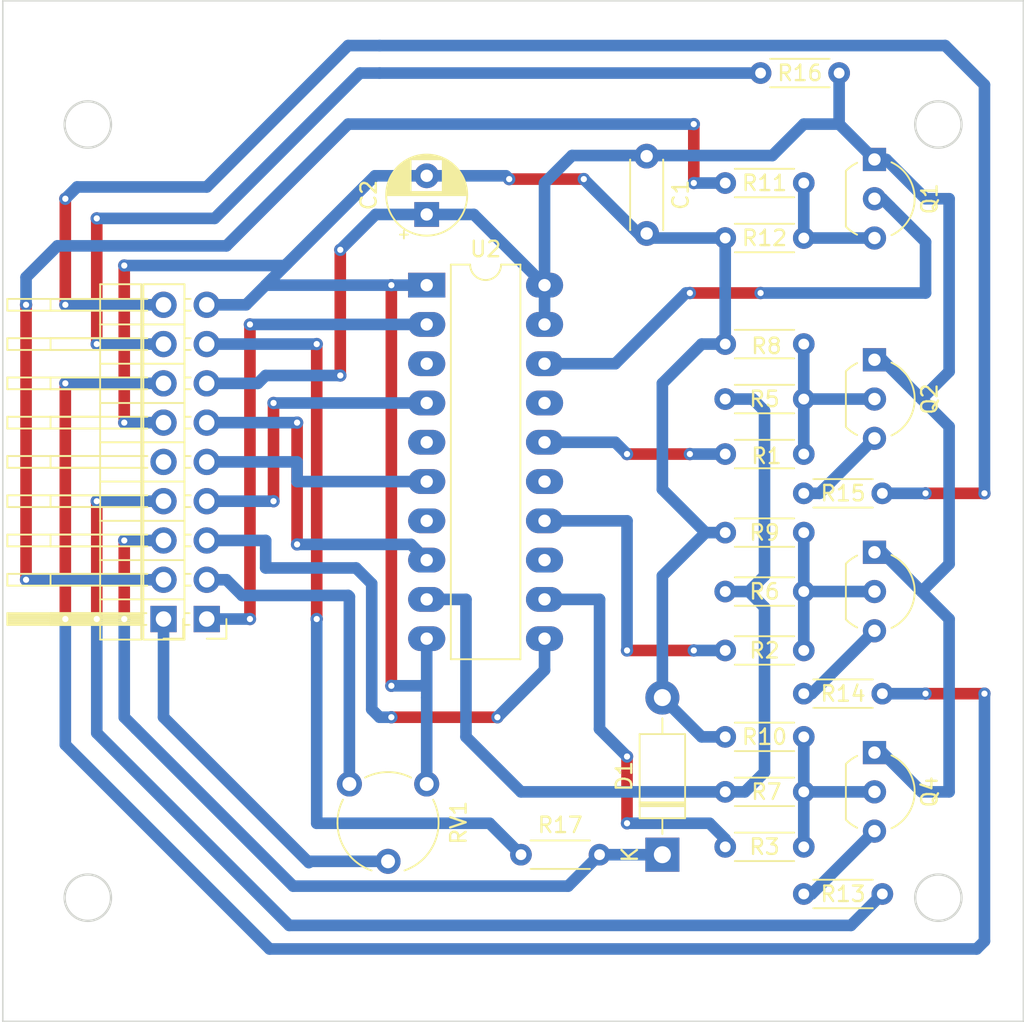
<source format=kicad_pcb>
(kicad_pcb (version 20221018) (generator pcbnew)
  (layers (0 "F.Cu" signal) (31 "B.Cu" signal) (34 "B.Paste" user) (35 "F.Paste" user) (36 "B.SilkS" user "B.Silkscreen") (37 "F.SilkS" user "F.Silkscreen") (38 "B.Mask" user) (39 "F.Mask" user) (44 "Edge.Cuts" user))
  (net 0 "")
  (net 1 "/+5V")
  (net 2 "GND")
  (net 3 "/MD-2")
  (net 4 "/MD-5")
  (net 5 "/MD-8")
  (net 6 "/MD-7")
  (net 8 "/MD-4")
  (net 9 "/MD-3")
  (net 10 "Net-(Q1-B)")
  (net 11 "Net-(Q1-E)")
  (net 12 "Net-(Q2-B)")
  (net 13 "Net-(Q2-E)")
  (net 14 "Net-(Q3-B)")
  (net 15 "Net-(Q3-E)")
  (net 16 "Net-(Q4-B)")
  (net 17 "Net-(Q4-E)")
  (net 18 "Net-(U2-O1a)")
  (net 19 "Net-(U2-O2a)")
  (net 20 "Net-(U2-O3a)")
  (net 21 "Net-(U2-O0b)")
  (net 22 "/+12V")
  (net 23 "/AUDIO")
  (net 24 "/SYNC")
  (net 26 "/R")
  (net 28 "/G")
  (net 30 "/B")
  (net 31 "/Y")
  (net 35 "/MD-6")
  (footprint "Potentiometer_THT:Potentiometer_Piher_PT-6-V_Vertical" (layer "F.Cu") (at 132.414 104.648 -90)
    (fp_text reference "RV1" (at 2.5 -7.06 90) (layer "F.SilkS"))
    (fp_text value "10k")
    (pad "1" thru_hole circle (at 0 0 270) (size 1.62 1.62) (drill 0.9) (layers "*.Cu" "*.Mask") (net 23 "/AUDIO"))
    (pad "2" thru_hole circle (at 5 -2.5 270) (size 1.62 1.62) (drill 0.9) (layers "*.Cu" "*.Mask") (net 4 "/MD-5"))
    (pad "3" thru_hole circle (at 0 -5 270) (size 1.62 1.62) (drill 0.9) (layers "*.Cu" "*.Mask") (net 2 "GND"))
  )
  (footprint "Resistor_THT:R_Axial_DIN0204_L3.6mm_D1.6mm_P5.08mm_Horizontal" (layer "F.Cu") (at 156.718 105.156)
    (fp_text reference "R7" (at 2.667 0) (layer "F.SilkS"))
    (fp_text value "18k")
    (pad "1" thru_hole circle (at 0 0) (size 1.4 1.4) (drill 0.7) (layers "*.Cu" "*.Mask") (net 21 "Net-(U2-O0b)"))
    (pad "2" thru_hole oval (at 5.08 0) (size 1.4 1.4) (drill 0.7) (layers "*.Cu" "*.Mask") (net 16 "Net-(Q4-B)"))
  )
  (footprint "Resistor_THT:R_Axial_DIN0204_L3.6mm_D1.6mm_P5.08mm_Horizontal" (layer "F.Cu") (at 161.798 65.786 180)
    (fp_text reference "R11" (at 2.54 0) (layer "F.SilkS"))
    (fp_text value "270")
    (pad "1" thru_hole circle (at 0 0 180) (size 1.4 1.4) (drill 0.7) (layers "*.Cu" "*.Mask") (net 11 "Net-(Q1-E)"))
    (pad "2" thru_hole oval (at 5.08 0 180) (size 1.4 1.4) (drill 0.7) (layers "*.Cu" "*.Mask") (net 5 "/MD-8"))
  )
  (footprint "Package_TO_SOT_THT:TO-92_Inline_Wide" (layer "F.Cu") (at 166.37 77.216 -90)
    (fp_text reference "Q2" (at 2.54 -3.56 -90) (layer "F.SilkS"))
    (fp_text value "BC547")
    (pad "1" thru_hole rect (at 0 0 270) (size 1.5 1.5) (drill 0.8) (layers "*.Cu" "*.Mask") (net 1 "/+5V"))
    (pad "2" thru_hole circle (at 2.54 0 270) (size 1.5 1.5) (drill 0.8) (layers "*.Cu" "*.Mask") (net 12 "Net-(Q2-B)"))
    (pad "3" thru_hole circle (at 5.08 0 270) (size 1.5 1.5) (drill 0.8) (layers "*.Cu" "*.Mask") (net 13 "Net-(Q2-E)"))
  )
  (footprint "Resistor_THT:R_Axial_DIN0204_L3.6mm_D1.6mm_P5.08mm_Horizontal" (layer "F.Cu") (at 156.718 96.012)
    (fp_text reference "R2" (at 2.54 0) (layer "F.SilkS"))
    (fp_text value "3k9")
    (pad "1" thru_hole circle (at 0 0) (size 1.4 1.4) (drill 0.7) (layers "*.Cu" "*.Mask") (net 19 "Net-(U2-O2a)"))
    (pad "2" thru_hole oval (at 5.08 0) (size 1.4 1.4) (drill 0.7) (layers "*.Cu" "*.Mask") (net 14 "Net-(Q3-B)"))
  )
  (footprint "Resistor_THT:R_Axial_DIN0204_L3.6mm_D1.6mm_P5.08mm_Horizontal" (layer "F.Cu") (at 161.798 88.392 180)
    (fp_text reference "R9" (at 2.54 0) (layer "F.SilkS"))
    (fp_text value "2k2")
    (pad "1" thru_hole circle (at 0 0 180) (size 1.4 1.4) (drill 0.7) (layers "*.Cu" "*.Mask") (net 14 "Net-(Q3-B)"))
    (pad "2" thru_hole oval (at 5.08 0 180) (size 1.4 1.4) (drill 0.7) (layers "*.Cu" "*.Mask") (net 2 "GND"))
  )
  (footprint "Resistor_THT:R_Axial_DIN0204_L3.6mm_D1.6mm_P5.08mm_Horizontal" (layer "F.Cu") (at 156.718 79.756)
    (fp_text reference "R5" (at 2.54 0) (layer "F.SilkS"))
    (fp_text value "18k")
    (pad "1" thru_hole circle (at 0 0) (size 1.4 1.4) (drill 0.7) (layers "*.Cu" "*.Mask") (net 21 "Net-(U2-O0b)"))
    (pad "2" thru_hole oval (at 5.08 0) (size 1.4 1.4) (drill 0.7) (layers "*.Cu" "*.Mask") (net 12 "Net-(Q2-B)"))
  )
  (footprint "Package_TO_SOT_THT:TO-92_Inline_Wide" (layer "F.Cu") (at 166.37 89.662 -90)
    (fp_text reference "Q3" hide)
    (fp_text value "BC547")
    (pad "1" thru_hole rect (at 0 0 270) (size 1.5 1.5) (drill 0.8) (layers "*.Cu" "*.Mask") (net 1 "/+5V"))
    (pad "2" thru_hole circle (at 2.54 0 270) (size 1.5 1.5) (drill 0.8) (layers "*.Cu" "*.Mask") (net 14 "Net-(Q3-B)"))
    (pad "3" thru_hole circle (at 5.08 0 270) (size 1.5 1.5) (drill 0.8) (layers "*.Cu" "*.Mask") (net 15 "Net-(Q3-E)"))
  )
  (footprint "Package_TO_SOT_THT:TO-92_Inline_Wide" (layer "F.Cu") (at 166.37 102.616 -90)
    (fp_text reference "Q4" (at 2.54 -3.56 -90) (layer "F.SilkS"))
    (fp_text value "BC547")
    (pad "1" thru_hole rect (at 0 0 270) (size 1.5 1.5) (drill 0.8) (layers "*.Cu" "*.Mask") (net 1 "/+5V"))
    (pad "2" thru_hole circle (at 2.54 0 270) (size 1.5 1.5) (drill 0.8) (layers "*.Cu" "*.Mask") (net 16 "Net-(Q4-B)"))
    (pad "3" thru_hole circle (at 5.08 0 270) (size 1.5 1.5) (drill 0.8) (layers "*.Cu" "*.Mask") (net 17 "Net-(Q4-E)"))
  )
  (footprint "Resistor_THT:R_Axial_DIN0204_L3.6mm_D1.6mm_P5.08mm_Horizontal" (layer "F.Cu") (at 161.798 101.6 180)
    (fp_text reference "R10" (at 2.54 0) (layer "F.SilkS"))
    (fp_text value "2k2")
    (pad "1" thru_hole circle (at 0 0 180) (size 1.4 1.4) (drill 0.7) (layers "*.Cu" "*.Mask") (net 16 "Net-(Q4-B)"))
    (pad "2" thru_hole oval (at 5.08 0 180) (size 1.4 1.4) (drill 0.7) (layers "*.Cu" "*.Mask") (net 2 "GND"))
  )
  (footprint "Resistor_THT:R_Axial_DIN0204_L3.6mm_D1.6mm_P5.08mm_Horizontal" (layer "F.Cu") (at 164.084 58.674 180)
    (fp_text reference "R16" (at 2.54 0) (layer "F.SilkS"))
    (fp_text value "270")
    (pad "1" thru_hole circle (at 0 0 180) (size 1.4 1.4) (drill 0.7) (layers "*.Cu" "*.Mask") (net 1 "/+5V"))
    (pad "2" thru_hole oval (at 5.08 0 180) (size 1.4 1.4) (drill 0.7) (layers "*.Cu" "*.Mask") (net 9 "/MD-3"))
  )
  (footprint "Resistor_THT:R_Axial_DIN0204_L3.6mm_D1.6mm_P5.08mm_Horizontal" (layer "F.Cu") (at 161.798 92.202 180)
    (fp_text reference "R6" (at 2.54 0) (layer "F.SilkS"))
    (fp_text value "18k")
    (pad "1" thru_hole circle (at 0 0 180) (size 1.4 1.4) (drill 0.7) (layers "*.Cu" "*.Mask") (net 14 "Net-(Q3-B)"))
    (pad "2" thru_hole oval (at 5.08 0 180) (size 1.4 1.4) (drill 0.7) (layers "*.Cu" "*.Mask") (net 21 "Net-(U2-O0b)"))
  )
  (footprint "Resistor_THT:R_Axial_DIN0204_L3.6mm_D1.6mm_P5.08mm_Horizontal" (layer "F.Cu") (at 161.798 111.76)
    (fp_text reference "R13" (at 2.54 0) (layer "F.SilkS"))
    (fp_text value "68")
    (pad "1" thru_hole circle (at 0 0) (size 1.4 1.4) (drill 0.7) (layers "*.Cu" "*.Mask") (net 17 "Net-(Q4-E)"))
    (pad "2" thru_hole oval (at 5.08 0) (size 1.4 1.4) (drill 0.7) (layers "*.Cu" "*.Mask") (net 6 "/MD-7"))
  )
  (footprint "Resistor_THT:R_Axial_DIN0204_L3.6mm_D1.6mm_P5.08mm_Horizontal" (layer "F.Cu") (at 161.798 76.2 180)
    (fp_text reference "R8" (at 2.413 -0.127) (layer "F.SilkS"))
    (fp_text value "2k2")
    (pad "1" thru_hole circle (at 0 0 180) (size 1.4 1.4) (drill 0.7) (layers "*.Cu" "*.Mask") (net 12 "Net-(Q2-B)"))
    (pad "2" thru_hole oval (at 5.08 0 180) (size 1.4 1.4) (drill 0.7) (layers "*.Cu" "*.Mask") (net 2 "GND"))
  )
  (footprint "Resistor_THT:R_Axial_DIN0204_L3.6mm_D1.6mm_P5.08mm_Horizontal" (layer "F.Cu") (at 143.51 109.22)
    (fp_text reference "R17" (at 2.54 -1.92) (layer "F.SilkS"))
    (fp_text value "150")
    (pad "1" thru_hole circle (at 0 0) (size 1.4 1.4) (drill 0.7) (layers "*.Cu" "*.Mask") (net 22 "/+12V"))
    (pad "2" thru_hole oval (at 5.08 0) (size 1.4 1.4) (drill 0.7) (layers "*.Cu" "*.Mask") (net 3 "/MD-2"))
  )
  (footprint "Resistor_THT:R_Axial_DIN0204_L3.6mm_D1.6mm_P5.08mm_Horizontal" (layer "F.Cu") (at 156.718 108.712)
    (fp_text reference "R3" (at 2.54 0) (layer "F.SilkS"))
    (fp_text value "3k9")
    (pad "1" thru_hole circle (at 0 0) (size 1.4 1.4) (drill 0.7) (layers "*.Cu" "*.Mask") (net 20 "Net-(U2-O3a)"))
    (pad "2" thru_hole oval (at 5.08 0) (size 1.4 1.4) (drill 0.7) (layers "*.Cu" "*.Mask") (net 16 "Net-(Q4-B)"))
  )
  (footprint "Diode_THT:D_DO-41_SOD81_P10.16mm_Horizontal" (layer "F.Cu") (at 152.654 109.22 90)
    (fp_text reference "D1" (at 5.08 -2.47 90) (layer "F.SilkS"))
    (fp_text value "1N4742A")
    (fp_text user "K" (at 0 -2.1 90) (layer "F.SilkS"))
    (pad "1" thru_hole rect (at 0 0 90) (size 2.2 2.2) (drill 1.1) (layers "*.Cu" "*.Mask") (net 3 "/MD-2"))
    (pad "2" thru_hole oval (at 10.16 0 90) (size 2.2 2.2) (drill 1.1) (layers "*.Cu" "*.Mask") (net 2 "GND"))
  )
  (footprint "Package_TO_SOT_THT:TO-92_Inline_Wide" (layer "F.Cu") (at 166.37 64.262 -90)
    (fp_text reference "Q1" (at 2.54 -3.56 -90) (layer "F.SilkS"))
    (fp_text value "BC547")
    (pad "1" thru_hole rect (at 0 0 270) (size 1.5 1.5) (drill 0.8) (layers "*.Cu" "*.Mask") (net 1 "/+5V"))
    (pad "2" thru_hole circle (at 2.54 0 270) (size 1.5 1.5) (drill 0.8) (layers "*.Cu" "*.Mask") (net 10 "Net-(Q1-B)"))
    (pad "3" thru_hole circle (at 5.08 0 270) (size 1.5 1.5) (drill 0.8) (layers "*.Cu" "*.Mask") (net 11 "Net-(Q1-E)"))
  )
  (footprint "Resistor_THT:R_Axial_DIN0204_L3.6mm_D1.6mm_P5.08mm_Horizontal" (layer "F.Cu") (at 161.798 85.852)
    (fp_text reference "R15" (at 2.54 0) (layer "F.SilkS"))
    (fp_text value "68")
    (pad "1" thru_hole circle (at 0 0) (size 1.4 1.4) (drill 0.7) (layers "*.Cu" "*.Mask") (net 13 "Net-(Q2-E)"))
    (pad "2" thru_hole oval (at 5.08 0) (size 1.4 1.4) (drill 0.7) (layers "*.Cu" "*.Mask") (net 35 "/MD-6"))
  )
  (footprint "Resistor_THT:R_Axial_DIN0204_L3.6mm_D1.6mm_P5.08mm_Horizontal" (layer "F.Cu") (at 161.798 98.806)
    (fp_text reference "R14" (at 2.54 0) (layer "F.SilkS"))
    (fp_text value "68")
    (pad "1" thru_hole circle (at 0 0) (size 1.4 1.4) (drill 0.7) (layers "*.Cu" "*.Mask") (net 15 "Net-(Q3-E)"))
    (pad "2" thru_hole oval (at 5.08 0) (size 1.4 1.4) (drill 0.7) (layers "*.Cu" "*.Mask") (net 8 "/MD-4"))
  )
  (footprint "Capacitor_THT:CP_Radial_D5.0mm_P2.50mm" (layer "F.Cu") (at 137.414 67.818 90)
    (fp_text reference "C2" (at 1.25 -3.75 90) (layer "F.SilkS"))
    (fp_text value "680uF x 16v")
    (pad "1" thru_hole rect (at 0 0 90) (size 1.6 1.6) (drill 0.8) (layers "*.Cu" "*.Mask") (net 1 "/+5V"))
    (pad "2" thru_hole circle (at 2.5 0 90) (size 1.6 1.6) (drill 0.8) (layers "*.Cu" "*.Mask") (net 2 "GND"))
  )
  (footprint "Capacitor_THT:C_Disc_D4.3mm_W1.9mm_P5.00mm" (layer "F.Cu") (at 151.638 64.048 -90)
    (fp_text reference "C1" (at 2.5 -2.2 90) (layer "F.SilkS"))
    (fp_text value "0.1u")
    (pad "1" thru_hole circle (at 0 0 270) (size 1.6 1.6) (drill 0.8) (layers "*.Cu" "*.Mask") (net 1 "/+5V"))
    (pad "2" thru_hole circle (at 5 0 270) (size 1.6 1.6) (drill 0.8) (layers "*.Cu" "*.Mask") (net 2 "GND"))
  )
  (footprint "Resistor_THT:R_Axial_DIN0204_L3.6mm_D1.6mm_P5.08mm_Horizontal" (layer "F.Cu") (at 156.718 83.312)
    (fp_text reference "R1" (at 2.667 0.127) (layer "F.SilkS"))
    (fp_text value "3k9")
    (pad "1" thru_hole circle (at 0 0) (size 1.4 1.4) (drill 0.7) (layers "*.Cu" "*.Mask") (net 18 "Net-(U2-O1a)"))
    (pad "2" thru_hole oval (at 5.08 0) (size 1.4 1.4) (drill 0.7) (layers "*.Cu" "*.Mask") (net 12 "Net-(Q2-B)"))
  )
  (footprint "Package_DIP:DIP-20_W7.62mm_LongPads" (layer "F.Cu") (at 137.414 72.39)
    (fp_text reference "U2" (at 3.81 -2.33) (layer "F.SilkS"))
    (fp_text value "74LS241")
    (pad "1" thru_hole rect (at 0 0) (size 2.4 1.6) (drill 0.8) (layers "*.Cu" "*.Mask") (net 2 "GND"))
    (pad "2" thru_hole oval (at 0 2.54) (size 2.4 1.6) (drill 0.8) (layers "*.Cu" "*.Mask") (net 24 "/SYNC"))
    (pad "3" thru_hole oval (at 0 5.08) (size 2.4 1.6) (drill 0.8) (layers "*.Cu" "*.Mask"))
    (pad "4" thru_hole oval (at 0 7.62) (size 2.4 1.6) (drill 0.8) (layers "*.Cu" "*.Mask") (net 26 "/R"))
    (pad "5" thru_hole oval (at 0 10.16) (size 2.4 1.6) (drill 0.8) (layers "*.Cu" "*.Mask"))
    (pad "6" thru_hole oval (at 0 12.7) (size 2.4 1.6) (drill 0.8) (layers "*.Cu" "*.Mask") (net 28 "/G"))
    (pad "7" thru_hole oval (at 0 15.24) (size 2.4 1.6) (drill 0.8) (layers "*.Cu" "*.Mask"))
    (pad "8" thru_hole oval (at 0 17.78) (size 2.4 1.6) (drill 0.8) (layers "*.Cu" "*.Mask") (net 30 "/B"))
    (pad "9" thru_hole oval (at 0 20.32) (size 2.4 1.6) (drill 0.8) (layers "*.Cu" "*.Mask") (net 21 "Net-(U2-O0b)"))
    (pad "10" thru_hole oval (at 0 22.86) (size 2.4 1.6) (drill 0.8) (layers "*.Cu" "*.Mask") (net 2 "GND"))
    (pad "11" thru_hole oval (at 7.62 22.86) (size 2.4 1.6) (drill 0.8) (layers "*.Cu" "*.Mask") (net 31 "/Y"))
    (pad "12" thru_hole oval (at 7.62 20.32) (size 2.4 1.6) (drill 0.8) (layers "*.Cu" "*.Mask") (net 20 "Net-(U2-O3a)"))
    (pad "13" thru_hole oval (at 7.62 17.78) (size 2.4 1.6) (drill 0.8) (layers "*.Cu" "*.Mask"))
    (pad "14" thru_hole oval (at 7.62 15.24) (size 2.4 1.6) (drill 0.8) (layers "*.Cu" "*.Mask") (net 19 "Net-(U2-O2a)"))
    (pad "15" thru_hole oval (at 7.62 12.7) (size 2.4 1.6) (drill 0.8) (layers "*.Cu" "*.Mask"))
    (pad "16" thru_hole oval (at 7.62 10.16) (size 2.4 1.6) (drill 0.8) (layers "*.Cu" "*.Mask") (net 18 "Net-(U2-O1a)"))
    (pad "17" thru_hole oval (at 7.62 7.62) (size 2.4 1.6) (drill 0.8) (layers "*.Cu" "*.Mask"))
    (pad "18" thru_hole oval (at 7.62 5.08) (size 2.4 1.6) (drill 0.8) (layers "*.Cu" "*.Mask") (net 10 "Net-(Q1-B)"))
    (pad "19" thru_hole oval (at 7.62 2.54) (size 2.4 1.6) (drill 0.8) (layers "*.Cu" "*.Mask") (net 1 "/+5V"))
    (pad "20" thru_hole oval (at 7.62 0) (size 2.4 1.6) (drill 0.8) (layers "*.Cu" "*.Mask") (net 1 "/+5V"))
  )
  (footprint "Connector_PinHeader_2.54mm:PinHeader_1x09_P2.54mm_Horizontal" (layer "F.Cu") (at 123.19 93.98 180)
    (fp_text reference "J4" hide)
    (fp_text value "Conn_01x09" hide)
    (pad "1" thru_hole rect (at 0 0 180) (size 1.7 1.7) (drill 1) (layers "*.Cu" "*.Mask") (net 24 "/SYNC"))
    (pad "2" thru_hole oval (at 0 2.54 180) (size 1.7 1.7) (drill 1) (layers "*.Cu" "*.Mask") (net 23 "/AUDIO"))
    (pad "3" thru_hole oval (at 0 5.08 180) (size 1.7 1.7) (drill 1) (layers "*.Cu" "*.Mask") (net 31 "/Y"))
    (pad "4" thru_hole oval (at 0 7.62 180) (size 1.7 1.7) (drill 1) (layers "*.Cu" "*.Mask") (net 26 "/R"))
    (pad "5" thru_hole oval (at 0 10.16 180) (size 1.7 1.7) (drill 1) (layers "*.Cu" "*.Mask") (net 28 "/G"))
    (pad "6" thru_hole oval (at 0 12.7 180) (size 1.7 1.7) (drill 1) (layers "*.Cu" "*.Mask") (net 30 "/B"))
    (pad "7" thru_hole oval (at 0 15.24 180) (size 1.7 1.7) (drill 1) (layers "*.Cu" "*.Mask") (net 1 "/+5V"))
    (pad "8" thru_hole oval (at 0 17.78 180) (size 1.7 1.7) (drill 1) (layers "*.Cu" "*.Mask") (net 22 "/+12V"))
    (pad "9" thru_hole oval (at 0 20.32 180) (size 1.7 1.7) (drill 1) (layers "*.Cu" "*.Mask") (net 2 "GND"))
  )
  (footprint "Connector_PinHeader_2.54mm:PinHeader_1x09_P2.54mm_Horizontal" (layer "F.Cu") (at 120.396 93.98 180)
    (fp_text reference "J3" hide)
    (fp_text value "Conn_01x09" hide)
    (pad "1" thru_hole rect (at 0 0 180) (size 1.7 1.7) (drill 1) (layers "*.Cu" "*.Mask") (net 4 "/MD-5"))
    (pad "2" thru_hole oval (at 0 2.54 180) (size 1.7 1.7) (drill 1) (layers "*.Cu" "*.Mask") (net 5 "/MD-8"))
    (pad "3" thru_hole oval (at 0 5.08 180) (size 1.7 1.7) (drill 1) (layers "*.Cu" "*.Mask") (net 3 "/MD-2"))
    (pad "4" thru_hole oval (at 0 7.62 180) (size 1.7 1.7) (drill 1) (layers "*.Cu" "*.Mask") (net 6 "/MD-7"))
    (pad "5" thru_hole oval (at 0 10.16 180) (size 1.7 1.7) (drill 1) (layers "*.Cu" "*.Mask"))
    (pad "6" thru_hole oval (at 0 12.7 180) (size 1.7 1.7) (drill 1) (layers "*.Cu" "*.Mask") (net 2 "GND"))
    (pad "7" thru_hole oval (at 0 15.24 180) (size 1.7 1.7) (drill 1) (layers "*.Cu" "*.Mask") (net 8 "/MD-4"))
    (pad "8" thru_hole oval (at 0 17.78 180) (size 1.7 1.7) (drill 1) (layers "*.Cu" "*.Mask") (net 9 "/MD-3"))
    (pad "9" thru_hole oval (at 0 20.32 180) (size 1.7 1.7) (drill 1) (layers "*.Cu" "*.Mask") (net 35 "/MD-6"))
  )
  (footprint "Resistor_THT:R_Axial_DIN0204_L3.6mm_D1.6mm_P5.08mm_Horizontal" (layer "F.Cu") (at 161.798 69.342 180)
    (fp_text reference "R12" (at 2.54 0) (layer "F.SilkS"))
    (fp_text value "270")
    (pad "1" thru_hole circle (at 0 0 180) (size 1.4 1.4) (drill 0.7) (layers "*.Cu" "*.Mask") (net 11 "Net-(Q1-E)"))
    (pad "2" thru_hole oval (at 5.08 0 180) (size 1.4 1.4) (drill 0.7) (layers "*.Cu" "*.Mask") (net 2 "GND"))
  )
  (gr_circle (center 170.5 62) (end 172 62) (stroke (width 0.15)) (fill none) (layer "Edge.Cuts"))
  (gr_circle (center 115.5 112) (end 117 112) (stroke (width 0.15)) (fill none) (layer "Edge.Cuts"))
  (gr_circle (center 115.5 62) (end 117 62) (stroke (width 0.15)) (fill none) (layer "Edge.Cuts"))
  (gr_rect (start 110 54) (end 176 120) (stroke (width 0.1)) (fill none) (layer "Edge.Cuts"))
  (gr_circle (center 170.5 112) (end 172 112) (stroke (width 0.15)) (fill none) (layer "Edge.Cuts"))
  (segment (start 131.826 70.104) (end 131.826 78.232) (width 0.75) (layer "F.Cu") (net 1))
  (via (at 131.826 78.232) (size 0.8) (drill 0.4) (layers "F.Cu" "B.Cu") (net 1))
  (via (at 131.826 70.104) (size 0.8) (drill 0.4) (layers "F.Cu" "B.Cu") (net 1))
  (segment (start 145.034 65.786) (end 146.812 64.008) (width 0.75) (layer "B.Cu") (net 1))
  (segment (start 145.034 72.39) (end 145.034 65.786) (width 0.75) (layer "B.Cu") (net 1))
  (segment (start 126.492 78.74) (end 123.19 78.74) (width 0.75) (layer "B.Cu") (net 1))
  (segment (start 167.132 64.262) (end 169.672 66.802) (width 0.75) (layer "B.Cu") (net 1))
  (segment (start 137.414 67.818) (end 134.112 67.818) (width 0.75) (layer "B.Cu") (net 1))
  (segment (start 169.418 92.202) (end 171.196 90.424) (width 0.75) (layer "B.Cu") (net 1))
  (segment (start 166.37 89.662) (end 166.878 89.662) (width 0.75) (layer "B.Cu") (net 1))
  (segment (start 171.196 105.156) (end 169.418 105.156) (width 0.75) (layer "B.Cu") (net 1))
  (segment (start 137.414 67.818) (end 140.462 67.818) (width 0.75) (layer "B.Cu") (net 1))
  (segment (start 127 78.232) (end 126.492 78.74) (width 0.75) (layer "B.Cu") (net 1))
  (segment (start 169.418 105.156) (end 166.878 102.616) (width 0.75) (layer "B.Cu") (net 1))
  (segment (start 166.878 102.616) (end 166.37 102.616) (width 0.75) (layer "B.Cu") (net 1))
  (segment (start 166.878 89.662) (end 169.418 92.202) (width 0.75) (layer "B.Cu") (net 1))
  (segment (start 159.766 64.008) (end 161.798 61.976) (width 0.75) (layer "B.Cu") (net 1))
  (segment (start 140.462 67.818) (end 145.034 72.39) (width 0.75) (layer "B.Cu") (net 1))
  (segment (start 166.37 64.262) (end 167.132 64.262) (width 0.75) (layer "B.Cu") (net 1))
  (segment (start 166.878 77.216) (end 166.37 77.216) (width 0.75) (layer "B.Cu") (net 1))
  (segment (start 169.672 66.802) (end 171.196 66.802) (width 0.75) (layer "B.Cu") (net 1))
  (segment (start 145.034 72.39) (end 145.034 74.93) (width 0.75) (layer "B.Cu") (net 1))
  (segment (start 171.196 77.978) (end 169.418 79.756) (width 0.75) (layer "B.Cu") (net 1))
  (segment (start 169.418 92.202) (end 171.196 93.98) (width 0.75) (layer "B.Cu") (net 1))
  (segment (start 171.196 81.534) (end 169.418 79.756) (width 0.75) (layer "B.Cu") (net 1))
  (segment (start 164.084 58.674) (end 164.084 61.976) (width 0.75) (layer "B.Cu") (net 1))
  (segment (start 164.084 61.976) (end 166.37 64.262) (width 0.75) (layer "B.Cu") (net 1))
  (segment (start 131.826 78.232) (end 127 78.232) (width 0.75) (layer "B.Cu") (net 1))
  (segment (start 134.112 67.818) (end 131.826 70.104) (width 0.75) (layer "B.Cu") (net 1))
  (segment (start 161.798 61.976) (end 164.084 61.976) (width 0.75) (layer "B.Cu") (net 1))
  (segment (start 171.196 90.424) (end 171.196 81.534) (width 0.75) (layer "B.Cu") (net 1))
  (segment (start 171.196 93.98) (end 171.196 105.156) (width 0.75) (layer "B.Cu") (net 1))
  (segment (start 146.812 64.008) (end 159.766 64.008) (width 0.75) (layer "B.Cu") (net 1))
  (segment (start 171.196 66.802) (end 171.196 77.978) (width 0.75) (layer "B.Cu") (net 1))
  (segment (start 169.418 79.756) (end 166.878 77.216) (width 0.75) (layer "B.Cu") (net 1))
  (segment (start 142.748 65.532) (end 147.574 65.532) (width 0.75) (layer "F.Cu") (net 2))
  (segment (start 135.128 98.298) (end 135.128 72.39) (width 0.75) (layer "F.Cu") (net 2))
  (segment (start 117.856 71.12) (end 117.856 81.28) (width 0.75) (layer "F.Cu") (net 2))
  (via (at 147.574 65.532) (size 0.8) (drill 0.4) (layers "F.Cu" "B.Cu") (net 2))
  (via (at 117.856 71.12) (size 0.8) (drill 0.4) (layers "F.Cu" "B.Cu") (net 2))
  (via (at 135.128 72.39) (size 0.8) (drill 0.4) (layers "F.Cu" "B.Cu") (net 2))
  (via (at 117.856 81.28) (size 0.8) (drill 0.4) (layers "F.Cu" "B.Cu") (net 2))
  (via (at 142.748 65.532) (size 0.8) (drill 0.4) (layers "F.Cu" "B.Cu") (net 2))
  (via (at 135.128 98.298) (size 0.8) (drill 0.4) (layers "F.Cu" "B.Cu") (net 2))
  (segment (start 156.718 69.342) (end 156.718 76.2) (width 0.75) (layer "B.Cu") (net 2))
  (segment (start 137.414 98.044) (end 137.414 99.06) (width 0.75) (layer "B.Cu") (net 2))
  (segment (start 152.654 78.74) (end 155.194 76.2) (width 0.75) (layer "B.Cu") (net 2))
  (segment (start 137.414 95.25) (end 137.414 98.044) (width 0.75) (layer "B.Cu") (net 2))
  (segment (start 152.654 85.598) (end 152.654 78.74) (width 0.75) (layer "B.Cu") (net 2))
  (segment (start 128.397 70.993) (end 128.27 71.12) (width 0.75) (layer "B.Cu") (net 2))
  (segment (start 156.718 69.342) (end 151.384 69.342) (width 0.75) (layer "B.Cu") (net 2))
  (segment (start 120.396 81.28) (end 117.856 81.28) (width 0.75) (layer "B.Cu") (net 2))
  (segment (start 125.73 73.66) (end 133.35 66.04) (width 0.75) (layer "B.Cu") (net 2))
  (segment (start 128.397 70.993) (end 127 72.39) (width 0.75) (layer "B.Cu") (net 2))
  (segment (start 152.654 99.06) (end 152.654 91.186) (width 0.75) (layer "B.Cu") (net 2))
  (segment (start 133.35 66.04) (end 128.397 70.993) (width 0.75) (layer "B.Cu") (net 2))
  (segment (start 128.27 71.12) (end 117.856 71.12) (width 0.75) (layer "B.Cu") (net 2))
  (segment (start 155.194 76.2) (end 156.718 76.2) (width 0.75) (layer "B.Cu") (net 2))
  (segment (start 155.194 101.6) (end 152.654 99.06) (width 0.75) (layer "B.Cu") (net 2))
  (segment (start 123.19 73.66) (end 125.73 73.66) (width 0.75) (layer "B.Cu") (net 2))
  (segment (start 155.448 88.392) (end 152.654 85.598) (width 0.75) (layer "B.Cu") (net 2))
  (segment (start 151.384 69.342) (end 147.574 65.532) (width 0.75) (layer "B.Cu") (net 2))
  (segment (start 135.128 72.39) (end 137.414 72.39) (width 0.75) (layer "B.Cu") (net 2))
  (segment (start 127 72.39) (end 135.128 72.39) (width 0.75) (layer "B.Cu") (net 2))
  (segment (start 137.414 65.318) (end 142.534 65.318) (width 0.75) (layer "B.Cu") (net 2))
  (segment (start 137.16 98.298) (end 137.414 98.044) (width 0.75) (layer "B.Cu") (net 2))
  (segment (start 137.414 65.318) (end 134.072 65.318) (width 0.75) (layer "B.Cu") (net 2))
  (segment (start 142.534 65.318) (end 142.748 65.532) (width 0.75) (layer "B.Cu") (net 2))
  (segment (start 137.414 99.06) (end 137.414 104.648) (width 0.75) (layer "B.Cu") (net 2))
  (segment (start 134.072 65.318) (end 133.35 66.04) (width 0.75) (layer "B.Cu") (net 2))
  (segment (start 152.654 91.186) (end 155.448 88.392) (width 0.75) (layer "B.Cu") (net 2))
  (segment (start 135.128 98.298) (end 137.16 98.298) (width 0.75) (layer "B.Cu") (net 2))
  (segment (start 156.718 101.6) (end 155.194 101.6) (width 0.75) (layer "B.Cu") (net 2))
  (segment (start 155.448 88.392) (end 156.718 88.392) (width 0.75) (layer "B.Cu") (net 2))
  (segment (start 117.856 88.9) (end 117.856 93.98) (width 0.75) (layer "F.Cu") (net 3))
  (via (at 117.856 93.98) (size 0.8) (drill 0.4) (layers "F.Cu" "B.Cu") (net 3))
  (via (at 117.856 88.9) (size 0.8) (drill 0.4) (layers "F.Cu" "B.Cu") (net 3))
  (segment (start 118.618 101.092) (end 117.856 100.33) (width 0.75) (layer "B.Cu") (net 3))
  (segment (start 128.778 111.252) (end 118.618 101.092) (width 0.75) (layer "B.Cu") (net 3))
  (segment (start 146.558 111.252) (end 128.778 111.252) (width 0.75) (layer "B.Cu") (net 3))
  (segment (start 117.856 100.33) (end 117.856 93.98) (width 0.75) (layer "B.Cu") (net 3))
  (segment (start 120.396 88.9) (end 117.856 88.9) (width 0.75) (layer "B.Cu") (net 3))
  (segment (start 148.59 109.22) (end 146.558 111.252) (width 0.75) (layer "B.Cu") (net 3))
  (segment (start 148.59 109.22) (end 152.654 109.22) (width 0.75) (layer "B.Cu") (net 3))
  (segment (start 120.396 93.98) (end 120.396 100.33) (width 0.75) (layer "B.Cu") (net 4))
  (segment (start 129.874 109.648) (end 134.914 109.648) (width 0.75) (layer "B.Cu") (net 4))
  (segment (start 129.794 109.728) (end 129.874 109.648) (width 0.75) (layer "B.Cu") (net 4))
  (segment (start 120.396 100.33) (end 129.794 109.728) (width 0.75) (layer "B.Cu") (net 4))
  (segment (start 154.686 65.786) (end 154.686 61.976) (width 0.75) (layer "F.Cu") (net 5))
  (segment (start 111.506 73.66) (end 111.506 91.44) (width 0.75) (layer "F.Cu") (net 5))
  (via (at 154.686 65.786) (size 0.8) (drill 0.4) (layers "F.Cu" "B.Cu") (net 5))
  (via (at 154.686 61.976) (size 0.8) (drill 0.4) (layers "F.Cu" "B.Cu") (net 5))
  (via (at 111.506 91.44) (size 0.8) (drill 0.4) (layers "F.Cu" "B.Cu") (net 5))
  (via (at 111.506 73.66) (size 0.8) (drill 0.4) (layers "F.Cu" "B.Cu") (net 5))
  (segment (start 132.334 61.976) (end 154.686 61.976) (width 0.75) (layer "B.Cu") (net 5))
  (segment (start 113.538 69.85) (end 124.46 69.85) (width 0.75) (layer "B.Cu") (net 5))
  (segment (start 111.506 71.882) (end 113.538 69.85) (width 0.75) (layer "B.Cu") (net 5))
  (segment (start 120.396 91.44) (end 111.506 91.44) (width 0.75) (layer "B.Cu") (net 5))
  (segment (start 124.46 69.85) (end 132.334 61.976) (width 0.75) (layer "B.Cu") (net 5))
  (segment (start 111.506 73.66) (end 111.506 71.882) (width 0.75) (layer "B.Cu") (net 5))
  (segment (start 156.718 65.786) (end 154.686 65.786) (width 0.75) (layer "B.Cu") (net 5))
  (segment (start 116.078 86.36) (end 116.078 93.98) (width 0.75) (layer "F.Cu") (net 6))
  (via (at 116.078 86.36) (size 0.8) (drill 0.4) (layers "F.Cu" "B.Cu") (net 6))
  (via (at 116.078 93.98) (size 0.8) (drill 0.4) (layers "F.Cu" "B.Cu") (net 6))
  (segment (start 166.878 111.76) (end 164.846 113.792) (width 0.75) (layer "B.Cu") (net 6))
  (segment (start 128.524 113.792) (end 116.078 101.346) (width 0.75) (layer "B.Cu") (net 6))
  (segment (start 116.078 101.346) (end 116.078 93.98) (width 0.75) (layer "B.Cu") (net 6))
  (segment (start 116.84 86.36) (end 116.078 86.36) (width 0.75) (layer "B.Cu") (net 6))
  (segment (start 164.846 113.792) (end 128.524 113.792) (width 0.75) (layer "B.Cu") (net 6))
  (segment (start 120.396 86.36) (end 116.84 86.36) (width 0.75) (layer "B.Cu") (net 6))
  (segment (start 114.046 78.74) (end 114.046 93.98) (width 0.75) (layer "F.Cu") (net 8))
  (segment (start 169.672 98.806) (end 173.482 98.806) (width 0.75) (layer "F.Cu") (net 8))
  (via (at 114.046 78.74) (size 0.8) (drill 0.4) (layers "F.Cu" "B.Cu") (net 8))
  (via (at 173.482 98.806) (size 0.8) (drill 0.4) (layers "F.Cu" "B.Cu") (net 8))
  (via (at 114.046 93.98) (size 0.8) (drill 0.4) (layers "F.Cu" "B.Cu") (net 8))
  (via (at 169.672 98.806) (size 0.8) (drill 0.4) (layers "F.Cu" "B.Cu") (net 8))
  (segment (start 173.482 114.808) (end 172.974 115.316) (width 0.75) (layer "B.Cu") (net 8))
  (segment (start 172.974 115.316) (end 127.254 115.316) (width 0.75) (layer "B.Cu") (net 8))
  (segment (start 173.482 98.806) (end 173.482 114.808) (width 0.75) (layer "B.Cu") (net 8))
  (segment (start 127.254 115.316) (end 114.046 102.108) (width 0.75) (layer "B.Cu") (net 8))
  (segment (start 114.046 102.108) (end 114.046 93.98) (width 0.75) (layer "B.Cu") (net 8))
  (segment (start 166.878 98.806) (end 169.672 98.806) (width 0.75) (layer "B.Cu") (net 8))
  (segment (start 120.396 78.74) (end 114.046 78.74) (width 0.75) (layer "B.Cu") (net 8))
  (segment (start 116.078 68.072) (end 116.078 76.2) (width 0.75) (layer "F.Cu") (net 9))
  (via (at 116.078 76.2) (size 0.8) (drill 0.4) (layers "F.Cu" "B.Cu") (net 9))
  (via (at 116.078 68.072) (size 0.8) (drill 0.4) (layers "F.Cu" "B.Cu") (net 9))
  (segment (start 120.396 76.2) (end 116.078 76.2) (width 0.75) (layer "B.Cu") (net 9))
  (segment (start 134.366 58.674) (end 133.096 58.674) (width 0.75) (layer "B.Cu") (net 9))
  (segment (start 159.004 58.674) (end 134.366 58.674) (width 0.75) (layer "B.Cu") (net 9))
  (segment (start 123.698 68.072) (end 116.078 68.072) (width 0.75) (layer "B.Cu") (net 9))
  (segment (start 133.096 58.674) (end 123.698 68.072) (width 0.75) (layer "B.Cu") (net 9))
  (segment (start 154.432 72.898) (end 159.004 72.898) (width 0.75) (layer "F.Cu") (net 10))
  (via (at 159.004 72.898) (size 0.8) (drill 0.4) (layers "F.Cu" "B.Cu") (net 10))
  (via (at 154.432 72.898) (size 0.8) (drill 0.4) (layers "F.Cu" "B.Cu") (net 10))
  (segment (start 167.386 67.31) (end 169.672 69.596) (width 0.75) (layer "B.Cu") (net 10))
  (segment (start 169.672 72.898) (end 159.004 72.898) (width 0.75) (layer "B.Cu") (net 10))
  (segment (start 166.878 66.802) (end 167.386 67.31) (width 0.75) (layer "B.Cu") (net 10))
  (segment (start 149.606 77.47) (end 154.178 72.898) (width 0.75) (layer "B.Cu") (net 10))
  (segment (start 169.672 69.596) (end 169.672 72.898) (width 0.75) (layer "B.Cu") (net 10))
  (segment (start 154.178 72.898) (end 154.432 72.898) (width 0.75) (layer "B.Cu") (net 10))
  (segment (start 145.034 77.47) (end 149.606 77.47) (width 0.75) (layer "B.Cu") (net 10))
  (segment (start 166.37 66.802) (end 166.878 66.802) (width 0.75) (layer "B.Cu") (net 10))
  (segment (start 161.798 65.786) (end 161.798 69.342) (width 0.75) (layer "B.Cu") (net 11))
  (segment (start 161.798 69.342) (end 166.37 69.342) (width 0.75) (layer "B.Cu") (net 11))
  (segment (start 161.798 79.756) (end 161.798 83.312) (width 0.75) (layer "B.Cu") (net 12))
  (segment (start 161.798 76.2) (end 161.798 79.756) (width 0.75) (layer "B.Cu") (net 12))
  (segment (start 161.798 79.756) (end 166.37 79.756) (width 0.75) (layer "B.Cu") (net 12))
  (segment (start 161.798 85.852) (end 162.814 85.852) (width 0.75) (layer "B.Cu") (net 13))
  (segment (start 162.814 85.852) (end 166.37 82.296) (width 0.75) (layer "B.Cu") (net 13))
  (segment (start 161.798 92.202) (end 161.798 96.012) (width 0.75) (layer "B.Cu") (net 14))
  (segment (start 161.798 92.202) (end 166.37 92.202) (width 0.75) (layer "B.Cu") (net 14))
  (segment (start 161.798 88.392) (end 161.798 92.202) (width 0.75) (layer "B.Cu") (net 14))
  (segment (start 162.306 98.806) (end 166.37 94.742) (width 0.75) (layer "B.Cu") (net 15))
  (segment (start 161.798 98.806) (end 162.306 98.806) (width 0.75) (layer "B.Cu") (net 15))
  (segment (start 161.798 105.156) (end 161.798 108.712) (width 0.75) (layer "B.Cu") (net 16))
  (segment (start 161.798 101.6) (end 161.798 105.156) (width 0.75) (layer "B.Cu") (net 16))
  (segment (start 161.798 105.156) (end 166.37 105.156) (width 0.75) (layer "B.Cu") (net 16))
  (segment (start 161.798 111.76) (end 162.306 111.76) (width 0.75) (layer "B.Cu") (net 17))
  (segment (start 162.306 111.76) (end 166.37 107.696) (width 0.75) (layer "B.Cu") (net 17))
  (segment (start 150.368 83.312) (end 154.432 83.312) (width 0.75) (layer "F.Cu") (net 18))
  (via (at 150.368 83.312) (size 0.8) (drill 0.4) (layers "F.Cu" "B.Cu") (net 18))
  (via (at 154.432 83.312) (size 0.8) (drill 0.4) (layers "F.Cu" "B.Cu") (net 18))
  (segment (start 145.034 82.55) (end 149.606 82.55) (width 0.75) (layer "B.Cu") (net 18))
  (segment (start 149.606 82.55) (end 150.368 83.312) (width 0.75) (layer "B.Cu") (net 18))
  (segment (start 156.718 83.312) (end 154.432 83.312) (width 0.75) (layer "B.Cu") (net 18))
  (segment (start 150.368 96.012) (end 154.686 96.012) (width 0.75) (layer "F.Cu") (net 19))
  (via (at 150.368 96.012) (size 0.8) (drill 0.4) (layers "F.Cu" "B.Cu") (net 19))
  (via (at 154.686 96.012) (size 0.8) (drill 0.4) (layers "F.Cu" "B.Cu") (net 19))
  (segment (start 156.718 96.012) (end 154.686 96.012) (width 0.75) (layer "B.Cu") (net 19))
  (segment (start 150.368 87.63) (end 150.368 96.012) (width 0.75) (layer "B.Cu") (net 19))
  (segment (start 145.034 87.63) (end 150.368 87.63) (width 0.75) (layer "B.Cu") (net 19))
  (segment (start 150.368 102.87) (end 150.368 107.188) (width 0.75) (layer "F.Cu") (net 20))
  (via (at 150.368 102.87) (size 0.8) (drill 0.4) (layers "F.Cu" "B.Cu") (net 20))
  (via (at 150.368 107.188) (size 0.8) (drill 0.4) (layers "F.Cu" "B.Cu") (net 20))
  (segment (start 148.59 92.71) (end 148.59 101.092) (width 0.75) (layer "B.Cu") (net 20))
  (segment (start 155.702 107.188) (end 150.368 107.188) (width 0.75) (layer "B.Cu") (net 20))
  (segment (start 156.718 108.712) (end 156.718 108.204) (width 0.75) (layer "B.Cu") (net 20))
  (segment (start 156.718 108.204) (end 155.702 107.188) (width 0.75) (layer "B.Cu") (net 20))
  (segment (start 148.59 101.092) (end 150.368 102.87) (width 0.75) (layer "B.Cu") (net 20))
  (segment (start 145.034 92.71) (end 148.59 92.71) (width 0.75) (layer "B.Cu") (net 20))
  (segment (start 158.242 92.202) (end 156.718 92.202) (width 0.75) (layer "B.Cu") (net 21))
  (segment (start 156.718 79.756) (end 158.496 79.756) (width 0.75) (layer "B.Cu") (net 21))
  (segment (start 159.258 91.186) (end 158.242 92.202) (width 0.75) (layer "B.Cu") (net 21))
  (segment (start 159.258 103.886) (end 157.988 105.156) (width 0.75) (layer "B.Cu") (net 21))
  (segment (start 137.414 92.71) (end 139.954 92.71) (width 0.75) (layer "B.Cu") (net 21))
  (segment (start 158.242 92.202) (end 159.258 93.218) (width 0.75) (layer "B.Cu") (net 21))
  (segment (start 143.51 105.156) (end 156.718 105.156) (width 0.75) (layer "B.Cu") (net 21))
  (segment (start 139.954 101.6) (end 143.51 105.156) (width 0.75) (layer "B.Cu") (net 21))
  (segment (start 159.258 93.218) (end 159.258 103.886) (width 0.75) (layer "B.Cu") (net 21))
  (segment (start 159.258 80.518) (end 159.258 91.186) (width 0.75) (layer "B.Cu") (net 21))
  (segment (start 158.496 79.756) (end 159.258 80.518) (width 0.75) (layer "B.Cu") (net 21))
  (segment (start 157.988 105.156) (end 156.718 105.156) (width 0.75) (layer "B.Cu") (net 21))
  (segment (start 139.954 92.71) (end 139.954 101.6) (width 0.75) (layer "B.Cu") (net 21))
  (segment (start 130.302 76.2) (end 130.302 93.98) (width 0.75) (layer "F.Cu") (net 22))
  (via (at 130.302 76.2) (size 0.8) (drill 0.4) (layers "F.Cu" "B.Cu") (net 22))
  (via (at 130.302 93.98) (size 0.8) (drill 0.4) (layers "F.Cu" "B.Cu") (net 22))
  (segment (start 130.302 107.188) (end 130.302 93.98) (width 0.75) (layer "B.Cu") (net 22))
  (segment (start 123.19 76.2) (end 130.302 76.2) (width 0.75) (layer "B.Cu") (net 22))
  (segment (start 141.478 107.188) (end 130.302 107.188) (width 0.75) (layer "B.Cu") (net 22))
  (segment (start 143.51 109.22) (end 141.478 107.188) (width 0.75) (layer "B.Cu") (net 22))
  (segment (start 124.46 91.44) (end 125.476 92.456) (width 0.75) (layer "B.Cu") (net 23))
  (segment (start 123.19 91.44) (end 124.46 91.44) (width 0.75) (layer "B.Cu") (net 23))
  (segment (start 132.334 92.456) (end 132.414 92.536) (width 0.75) (layer "B.Cu") (net 23))
  (segment (start 125.476 92.456) (end 132.334 92.456) (width 0.75) (layer "B.Cu") (net 23))
  (segment (start 132.414 92.536) (end 132.414 104.648) (width 0.75) (layer "B.Cu") (net 23))
  (segment (start 125.984 74.93) (end 125.984 93.98) (width 0.75) (layer "F.Cu") (net 24))
  (via (at 125.984 93.98) (size 0.8) (drill 0.4) (layers "F.Cu" "B.Cu") (net 24))
  (via (at 125.984 74.93) (size 0.8) (drill 0.4) (layers "F.Cu" "B.Cu") (net 24))
  (segment (start 137.414 74.93) (end 125.984 74.93) (width 0.75) (layer "B.Cu") (net 24))
  (segment (start 123.19 93.98) (end 125.984 93.98) (width 0.75) (layer "B.Cu") (net 24))
  (segment (start 127.508 86.36) (end 127.508 80.01) (width 0.75) (layer "F.Cu") (net 26))
  (via (at 127.508 86.36) (size 0.8) (drill 0.4) (layers "F.Cu" "B.Cu") (net 26))
  (via (at 127.508 80.01) (size 0.8) (drill 0.4) (layers "F.Cu" "B.Cu") (net 26))
  (segment (start 137.414 80.01) (end 127.508 80.01) (width 0.75) (layer "B.Cu") (net 26))
  (segment (start 123.19 86.36) (end 127.508 86.36) (width 0.75) (layer "B.Cu") (net 26))
  (segment (start 129.032 83.82) (end 129.032 85.09) (width 0.75) (layer "B.Cu") (net 28))
  (segment (start 129.032 85.09) (end 137.414 85.09) (width 0.75) (layer "B.Cu") (net 28))
  (segment (start 123.19 83.82) (end 129.032 83.82) (width 0.75) (layer "B.Cu") (net 28))
  (segment (start 129.032 81.28) (end 129.032 89.154) (width 0.75) (layer "F.Cu") (net 30))
  (via (at 129.032 81.28) (size 0.8) (drill 0.4) (layers "F.Cu" "B.Cu") (net 30))
  (via (at 129.032 89.154) (size 0.8) (drill 0.4) (layers "F.Cu" "B.Cu") (net 30))
  (segment (start 129.032 89.154) (end 136.398 89.154) (width 0.75) (layer "B.Cu") (net 30))
  (segment (start 123.19 81.28) (end 129.032 81.28) (width 0.75) (layer "B.Cu") (net 30))
  (segment (start 136.398 89.154) (end 137.414 90.17) (width 0.75) (layer "B.Cu") (net 30))
  (segment (start 135.128 100.33) (end 141.986 100.33) (width 0.75) (layer "F.Cu") (net 31))
  (via (at 135.128 100.33) (size 0.8) (drill 0.4) (layers "F.Cu" "B.Cu") (net 31))
  (via (at 141.986 100.33) (size 0.8) (drill 0.4) (layers "F.Cu" "B.Cu") (net 31))
  (segment (start 132.842 90.678) (end 127 90.678) (width 0.75) (layer "B.Cu") (net 31))
  (segment (start 133.858 99.822) (end 133.858 91.694) (width 0.75) (layer "B.Cu") (net 31))
  (segment (start 134.366 100.33) (end 133.858 99.822) (width 0.75) (layer "B.Cu") (net 31))
  (segment (start 145.034 95.25) (end 145.034 97.282) (width 0.75) (layer "B.Cu") (net 31))
  (segment (start 133.858 91.694) (end 132.842 90.678) (width 0.75) (layer "B.Cu") (net 31))
  (segment (start 145.034 97.282) (end 141.986 100.33) (width 0.75) (layer "B.Cu") (net 31))
  (segment (start 135.128 100.33) (end 134.366 100.33) (width 0.75) (layer "B.Cu") (net 31))
  (segment (start 127 90.678) (end 127 88.9) (width 0.75) (layer "B.Cu") (net 31))
  (segment (start 127 88.9) (end 123.19 88.9) (width 0.75) (layer "B.Cu") (net 31))
  (segment (start 114.046 66.802) (end 114.046 73.66) (width 0.75) (layer "F.Cu") (net 35))
  (segment (start 173.482 85.852) (end 169.672 85.852) (width 0.75) (layer "F.Cu") (net 35))
  (via (at 169.672 85.852) (size 0.8) (drill 0.4) (layers "F.Cu" "B.Cu") (net 35))
  (via (at 114.046 73.66) (size 0.8) (drill 0.4) (layers "F.Cu" "B.Cu") (net 35))
  (via (at 173.482 85.852) (size 0.8) (drill 0.4) (layers "F.Cu" "B.Cu") (net 35))
  (via (at 114.046 66.802) (size 0.8) (drill 0.4) (layers "F.Cu" "B.Cu") (net 35))
  (segment (start 132.334 56.896) (end 123.19 66.04) (width 0.75) (layer "B.Cu") (net 35))
  (segment (start 134.366 56.896) (end 132.334 56.896) (width 0.75) (layer "B.Cu") (net 35))
  (segment (start 166.878 85.852) (end 169.672 85.852) (width 0.75) (layer "B.Cu") (net 35))
  (segment (start 173.482 59.436) (end 170.942 56.896) (width 0.75) (layer "B.Cu") (net 35))
  (segment (start 114.808 66.04) (end 114.046 66.802) (width 0.75) (layer "B.Cu") (net 35))
  (segment (start 120.396 73.66) (end 114.046 73.66) (width 0.75) (layer "B.Cu") (net 35))
  (segment (start 173.482 85.852) (end 173.482 59.436) (width 0.75) (layer "B.Cu") (net 35))
  (segment (start 123.19 66.04) (end 114.808 66.04) (width 0.75) (layer "B.Cu") (net 35))
  (segment (start 170.942 56.896) (end 134.366 56.896) (width 0.75) (layer "B.Cu") (net 35))
)
</source>
